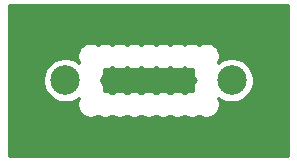
<source format=gbr>
G04 #@! TF.GenerationSoftware,KiCad,Pcbnew,5.1.5+dfsg1-2build2*
G04 #@! TF.CreationDate,2022-07-25T22:48:39-05:00*
G04 #@! TF.ProjectId,usb-c-data-panel,7573622d-632d-4646-9174-612d70616e65,rev?*
G04 #@! TF.SameCoordinates,Original*
G04 #@! TF.FileFunction,Copper,L2,Bot*
G04 #@! TF.FilePolarity,Positive*
%FSLAX46Y46*%
G04 Gerber Fmt 4.6, Leading zero omitted, Abs format (unit mm)*
G04 Created by KiCad (PCBNEW 5.1.5+dfsg1-2build2) date 2022-07-25 22:48:39*
%MOMM*%
%LPD*%
G04 APERTURE LIST*
%ADD10C,2.499360*%
%ADD11C,0.254000*%
G04 APERTURE END LIST*
D10*
X119550000Y-107050000D03*
X105450000Y-107050000D03*
D11*
G36*
X124340001Y-113440000D02*
G01*
X100660000Y-113440000D01*
X100660000Y-106864375D01*
X103565320Y-106864375D01*
X103565320Y-107235625D01*
X103637747Y-107599741D01*
X103779818Y-107942731D01*
X103986074Y-108251413D01*
X104248587Y-108513926D01*
X104557269Y-108720182D01*
X104900259Y-108862253D01*
X105264375Y-108934680D01*
X105635625Y-108934680D01*
X105999741Y-108862253D01*
X106342731Y-108720182D01*
X106606495Y-108543940D01*
X106594176Y-108562376D01*
X106508617Y-108768933D01*
X106465000Y-108988212D01*
X106465000Y-109211788D01*
X106508617Y-109431067D01*
X106594176Y-109637624D01*
X106718388Y-109823520D01*
X106876480Y-109981612D01*
X107062376Y-110105824D01*
X107268933Y-110191383D01*
X107488212Y-110235000D01*
X107711788Y-110235000D01*
X107931067Y-110191383D01*
X108137624Y-110105824D01*
X108212500Y-110055793D01*
X108287376Y-110105824D01*
X108493933Y-110191383D01*
X108713212Y-110235000D01*
X108936788Y-110235000D01*
X109156067Y-110191383D01*
X109362624Y-110105824D01*
X109437500Y-110055793D01*
X109512376Y-110105824D01*
X109718933Y-110191383D01*
X109938212Y-110235000D01*
X110161788Y-110235000D01*
X110381067Y-110191383D01*
X110587624Y-110105824D01*
X110662500Y-110055793D01*
X110737376Y-110105824D01*
X110943933Y-110191383D01*
X111163212Y-110235000D01*
X111386788Y-110235000D01*
X111606067Y-110191383D01*
X111812624Y-110105824D01*
X111887500Y-110055793D01*
X111962376Y-110105824D01*
X112168933Y-110191383D01*
X112388212Y-110235000D01*
X112611788Y-110235000D01*
X112831067Y-110191383D01*
X113037624Y-110105824D01*
X113112500Y-110055793D01*
X113187376Y-110105824D01*
X113393933Y-110191383D01*
X113613212Y-110235000D01*
X113836788Y-110235000D01*
X114056067Y-110191383D01*
X114262624Y-110105824D01*
X114337500Y-110055793D01*
X114412376Y-110105824D01*
X114618933Y-110191383D01*
X114838212Y-110235000D01*
X115061788Y-110235000D01*
X115281067Y-110191383D01*
X115487624Y-110105824D01*
X115562500Y-110055793D01*
X115637376Y-110105824D01*
X115843933Y-110191383D01*
X116063212Y-110235000D01*
X116286788Y-110235000D01*
X116506067Y-110191383D01*
X116712624Y-110105824D01*
X116787500Y-110055793D01*
X116862376Y-110105824D01*
X117068933Y-110191383D01*
X117288212Y-110235000D01*
X117511788Y-110235000D01*
X117731067Y-110191383D01*
X117937624Y-110105824D01*
X118123520Y-109981612D01*
X118281612Y-109823520D01*
X118405824Y-109637624D01*
X118491383Y-109431067D01*
X118535000Y-109211788D01*
X118535000Y-108988212D01*
X118491383Y-108768933D01*
X118405824Y-108562376D01*
X118393505Y-108543940D01*
X118657269Y-108720182D01*
X119000259Y-108862253D01*
X119364375Y-108934680D01*
X119735625Y-108934680D01*
X120099741Y-108862253D01*
X120442731Y-108720182D01*
X120751413Y-108513926D01*
X121013926Y-108251413D01*
X121220182Y-107942731D01*
X121362253Y-107599741D01*
X121434680Y-107235625D01*
X121434680Y-106864375D01*
X121362253Y-106500259D01*
X121220182Y-106157269D01*
X121013926Y-105848587D01*
X120751413Y-105586074D01*
X120442731Y-105379818D01*
X120099741Y-105237747D01*
X119735625Y-105165320D01*
X119364375Y-105165320D01*
X119000259Y-105237747D01*
X118657269Y-105379818D01*
X118393505Y-105556060D01*
X118405824Y-105537624D01*
X118491383Y-105331067D01*
X118535000Y-105111788D01*
X118535000Y-104888212D01*
X118491383Y-104668933D01*
X118405824Y-104462376D01*
X118281612Y-104276480D01*
X118123520Y-104118388D01*
X117937624Y-103994176D01*
X117731067Y-103908617D01*
X117511788Y-103865000D01*
X117288212Y-103865000D01*
X117068933Y-103908617D01*
X116862376Y-103994176D01*
X116787500Y-104044207D01*
X116712624Y-103994176D01*
X116506067Y-103908617D01*
X116286788Y-103865000D01*
X116063212Y-103865000D01*
X115843933Y-103908617D01*
X115637376Y-103994176D01*
X115562500Y-104044207D01*
X115487624Y-103994176D01*
X115281067Y-103908617D01*
X115061788Y-103865000D01*
X114838212Y-103865000D01*
X114618933Y-103908617D01*
X114412376Y-103994176D01*
X114337500Y-104044207D01*
X114262624Y-103994176D01*
X114056067Y-103908617D01*
X113836788Y-103865000D01*
X113613212Y-103865000D01*
X113393933Y-103908617D01*
X113187376Y-103994176D01*
X113112500Y-104044207D01*
X113037624Y-103994176D01*
X112831067Y-103908617D01*
X112611788Y-103865000D01*
X112388212Y-103865000D01*
X112168933Y-103908617D01*
X111962376Y-103994176D01*
X111887500Y-104044207D01*
X111812624Y-103994176D01*
X111606067Y-103908617D01*
X111386788Y-103865000D01*
X111163212Y-103865000D01*
X110943933Y-103908617D01*
X110737376Y-103994176D01*
X110662500Y-104044207D01*
X110587624Y-103994176D01*
X110381067Y-103908617D01*
X110161788Y-103865000D01*
X109938212Y-103865000D01*
X109718933Y-103908617D01*
X109512376Y-103994176D01*
X109437500Y-104044207D01*
X109362624Y-103994176D01*
X109156067Y-103908617D01*
X108936788Y-103865000D01*
X108713212Y-103865000D01*
X108493933Y-103908617D01*
X108287376Y-103994176D01*
X108212500Y-104044207D01*
X108137624Y-103994176D01*
X107931067Y-103908617D01*
X107711788Y-103865000D01*
X107488212Y-103865000D01*
X107268933Y-103908617D01*
X107062376Y-103994176D01*
X106876480Y-104118388D01*
X106718388Y-104276480D01*
X106594176Y-104462376D01*
X106508617Y-104668933D01*
X106465000Y-104888212D01*
X106465000Y-105111788D01*
X106508617Y-105331067D01*
X106594176Y-105537624D01*
X106606495Y-105556060D01*
X106342731Y-105379818D01*
X105999741Y-105237747D01*
X105635625Y-105165320D01*
X105264375Y-105165320D01*
X104900259Y-105237747D01*
X104557269Y-105379818D01*
X104248587Y-105586074D01*
X103986074Y-105848587D01*
X103779818Y-106157269D01*
X103637747Y-106500259D01*
X103565320Y-106864375D01*
X100660000Y-106864375D01*
X100660000Y-100660000D01*
X124340000Y-100660000D01*
X124340001Y-113440000D01*
G37*
X124340001Y-113440000D02*
X100660000Y-113440000D01*
X100660000Y-106864375D01*
X103565320Y-106864375D01*
X103565320Y-107235625D01*
X103637747Y-107599741D01*
X103779818Y-107942731D01*
X103986074Y-108251413D01*
X104248587Y-108513926D01*
X104557269Y-108720182D01*
X104900259Y-108862253D01*
X105264375Y-108934680D01*
X105635625Y-108934680D01*
X105999741Y-108862253D01*
X106342731Y-108720182D01*
X106606495Y-108543940D01*
X106594176Y-108562376D01*
X106508617Y-108768933D01*
X106465000Y-108988212D01*
X106465000Y-109211788D01*
X106508617Y-109431067D01*
X106594176Y-109637624D01*
X106718388Y-109823520D01*
X106876480Y-109981612D01*
X107062376Y-110105824D01*
X107268933Y-110191383D01*
X107488212Y-110235000D01*
X107711788Y-110235000D01*
X107931067Y-110191383D01*
X108137624Y-110105824D01*
X108212500Y-110055793D01*
X108287376Y-110105824D01*
X108493933Y-110191383D01*
X108713212Y-110235000D01*
X108936788Y-110235000D01*
X109156067Y-110191383D01*
X109362624Y-110105824D01*
X109437500Y-110055793D01*
X109512376Y-110105824D01*
X109718933Y-110191383D01*
X109938212Y-110235000D01*
X110161788Y-110235000D01*
X110381067Y-110191383D01*
X110587624Y-110105824D01*
X110662500Y-110055793D01*
X110737376Y-110105824D01*
X110943933Y-110191383D01*
X111163212Y-110235000D01*
X111386788Y-110235000D01*
X111606067Y-110191383D01*
X111812624Y-110105824D01*
X111887500Y-110055793D01*
X111962376Y-110105824D01*
X112168933Y-110191383D01*
X112388212Y-110235000D01*
X112611788Y-110235000D01*
X112831067Y-110191383D01*
X113037624Y-110105824D01*
X113112500Y-110055793D01*
X113187376Y-110105824D01*
X113393933Y-110191383D01*
X113613212Y-110235000D01*
X113836788Y-110235000D01*
X114056067Y-110191383D01*
X114262624Y-110105824D01*
X114337500Y-110055793D01*
X114412376Y-110105824D01*
X114618933Y-110191383D01*
X114838212Y-110235000D01*
X115061788Y-110235000D01*
X115281067Y-110191383D01*
X115487624Y-110105824D01*
X115562500Y-110055793D01*
X115637376Y-110105824D01*
X115843933Y-110191383D01*
X116063212Y-110235000D01*
X116286788Y-110235000D01*
X116506067Y-110191383D01*
X116712624Y-110105824D01*
X116787500Y-110055793D01*
X116862376Y-110105824D01*
X117068933Y-110191383D01*
X117288212Y-110235000D01*
X117511788Y-110235000D01*
X117731067Y-110191383D01*
X117937624Y-110105824D01*
X118123520Y-109981612D01*
X118281612Y-109823520D01*
X118405824Y-109637624D01*
X118491383Y-109431067D01*
X118535000Y-109211788D01*
X118535000Y-108988212D01*
X118491383Y-108768933D01*
X118405824Y-108562376D01*
X118393505Y-108543940D01*
X118657269Y-108720182D01*
X119000259Y-108862253D01*
X119364375Y-108934680D01*
X119735625Y-108934680D01*
X120099741Y-108862253D01*
X120442731Y-108720182D01*
X120751413Y-108513926D01*
X121013926Y-108251413D01*
X121220182Y-107942731D01*
X121362253Y-107599741D01*
X121434680Y-107235625D01*
X121434680Y-106864375D01*
X121362253Y-106500259D01*
X121220182Y-106157269D01*
X121013926Y-105848587D01*
X120751413Y-105586074D01*
X120442731Y-105379818D01*
X120099741Y-105237747D01*
X119735625Y-105165320D01*
X119364375Y-105165320D01*
X119000259Y-105237747D01*
X118657269Y-105379818D01*
X118393505Y-105556060D01*
X118405824Y-105537624D01*
X118491383Y-105331067D01*
X118535000Y-105111788D01*
X118535000Y-104888212D01*
X118491383Y-104668933D01*
X118405824Y-104462376D01*
X118281612Y-104276480D01*
X118123520Y-104118388D01*
X117937624Y-103994176D01*
X117731067Y-103908617D01*
X117511788Y-103865000D01*
X117288212Y-103865000D01*
X117068933Y-103908617D01*
X116862376Y-103994176D01*
X116787500Y-104044207D01*
X116712624Y-103994176D01*
X116506067Y-103908617D01*
X116286788Y-103865000D01*
X116063212Y-103865000D01*
X115843933Y-103908617D01*
X115637376Y-103994176D01*
X115562500Y-104044207D01*
X115487624Y-103994176D01*
X115281067Y-103908617D01*
X115061788Y-103865000D01*
X114838212Y-103865000D01*
X114618933Y-103908617D01*
X114412376Y-103994176D01*
X114337500Y-104044207D01*
X114262624Y-103994176D01*
X114056067Y-103908617D01*
X113836788Y-103865000D01*
X113613212Y-103865000D01*
X113393933Y-103908617D01*
X113187376Y-103994176D01*
X113112500Y-104044207D01*
X113037624Y-103994176D01*
X112831067Y-103908617D01*
X112611788Y-103865000D01*
X112388212Y-103865000D01*
X112168933Y-103908617D01*
X111962376Y-103994176D01*
X111887500Y-104044207D01*
X111812624Y-103994176D01*
X111606067Y-103908617D01*
X111386788Y-103865000D01*
X111163212Y-103865000D01*
X110943933Y-103908617D01*
X110737376Y-103994176D01*
X110662500Y-104044207D01*
X110587624Y-103994176D01*
X110381067Y-103908617D01*
X110161788Y-103865000D01*
X109938212Y-103865000D01*
X109718933Y-103908617D01*
X109512376Y-103994176D01*
X109437500Y-104044207D01*
X109362624Y-103994176D01*
X109156067Y-103908617D01*
X108936788Y-103865000D01*
X108713212Y-103865000D01*
X108493933Y-103908617D01*
X108287376Y-103994176D01*
X108212500Y-104044207D01*
X108137624Y-103994176D01*
X107931067Y-103908617D01*
X107711788Y-103865000D01*
X107488212Y-103865000D01*
X107268933Y-103908617D01*
X107062376Y-103994176D01*
X106876480Y-104118388D01*
X106718388Y-104276480D01*
X106594176Y-104462376D01*
X106508617Y-104668933D01*
X106465000Y-104888212D01*
X106465000Y-105111788D01*
X106508617Y-105331067D01*
X106594176Y-105537624D01*
X106606495Y-105556060D01*
X106342731Y-105379818D01*
X105999741Y-105237747D01*
X105635625Y-105165320D01*
X105264375Y-105165320D01*
X104900259Y-105237747D01*
X104557269Y-105379818D01*
X104248587Y-105586074D01*
X103986074Y-105848587D01*
X103779818Y-106157269D01*
X103637747Y-106500259D01*
X103565320Y-106864375D01*
X100660000Y-106864375D01*
X100660000Y-100660000D01*
X124340000Y-100660000D01*
X124340001Y-113440000D01*
G36*
X115637376Y-106005824D02*
G01*
X115843933Y-106091383D01*
X116063212Y-106135000D01*
X116286788Y-106135000D01*
X116287549Y-106134849D01*
X116265000Y-106248212D01*
X116265000Y-106471788D01*
X116308617Y-106691067D01*
X116394176Y-106897624D01*
X116495991Y-107050000D01*
X116394176Y-107202376D01*
X116308617Y-107408933D01*
X116265000Y-107628212D01*
X116265000Y-107851788D01*
X116287549Y-107965151D01*
X116286788Y-107965000D01*
X116063212Y-107965000D01*
X115843933Y-108008617D01*
X115637376Y-108094176D01*
X115562500Y-108144207D01*
X115487624Y-108094176D01*
X115281067Y-108008617D01*
X115061788Y-107965000D01*
X114838212Y-107965000D01*
X114618933Y-108008617D01*
X114412376Y-108094176D01*
X114337500Y-108144207D01*
X114262624Y-108094176D01*
X114056067Y-108008617D01*
X113836788Y-107965000D01*
X113613212Y-107965000D01*
X113393933Y-108008617D01*
X113187376Y-108094176D01*
X113112500Y-108144207D01*
X113037624Y-108094176D01*
X112831067Y-108008617D01*
X112611788Y-107965000D01*
X112388212Y-107965000D01*
X112168933Y-108008617D01*
X111962376Y-108094176D01*
X111887500Y-108144207D01*
X111812624Y-108094176D01*
X111606067Y-108008617D01*
X111386788Y-107965000D01*
X111163212Y-107965000D01*
X110943933Y-108008617D01*
X110737376Y-108094176D01*
X110662500Y-108144207D01*
X110587624Y-108094176D01*
X110381067Y-108008617D01*
X110161788Y-107965000D01*
X109938212Y-107965000D01*
X109718933Y-108008617D01*
X109512376Y-108094176D01*
X109437500Y-108144207D01*
X109362624Y-108094176D01*
X109156067Y-108008617D01*
X108936788Y-107965000D01*
X108713212Y-107965000D01*
X108712451Y-107965151D01*
X108735000Y-107851788D01*
X108735000Y-107628212D01*
X108691383Y-107408933D01*
X108605824Y-107202376D01*
X108504009Y-107050000D01*
X108605824Y-106897624D01*
X108691383Y-106691067D01*
X108735000Y-106471788D01*
X108735000Y-106248212D01*
X108712451Y-106134849D01*
X108713212Y-106135000D01*
X108936788Y-106135000D01*
X109156067Y-106091383D01*
X109362624Y-106005824D01*
X109437500Y-105955793D01*
X109512376Y-106005824D01*
X109718933Y-106091383D01*
X109938212Y-106135000D01*
X110161788Y-106135000D01*
X110381067Y-106091383D01*
X110587624Y-106005824D01*
X110662500Y-105955793D01*
X110737376Y-106005824D01*
X110943933Y-106091383D01*
X111163212Y-106135000D01*
X111386788Y-106135000D01*
X111606067Y-106091383D01*
X111812624Y-106005824D01*
X111887500Y-105955793D01*
X111962376Y-106005824D01*
X112168933Y-106091383D01*
X112388212Y-106135000D01*
X112611788Y-106135000D01*
X112831067Y-106091383D01*
X113037624Y-106005824D01*
X113112500Y-105955793D01*
X113187376Y-106005824D01*
X113393933Y-106091383D01*
X113613212Y-106135000D01*
X113836788Y-106135000D01*
X114056067Y-106091383D01*
X114262624Y-106005824D01*
X114337500Y-105955793D01*
X114412376Y-106005824D01*
X114618933Y-106091383D01*
X114838212Y-106135000D01*
X115061788Y-106135000D01*
X115281067Y-106091383D01*
X115487624Y-106005824D01*
X115562500Y-105955793D01*
X115637376Y-106005824D01*
G37*
X115637376Y-106005824D02*
X115843933Y-106091383D01*
X116063212Y-106135000D01*
X116286788Y-106135000D01*
X116287549Y-106134849D01*
X116265000Y-106248212D01*
X116265000Y-106471788D01*
X116308617Y-106691067D01*
X116394176Y-106897624D01*
X116495991Y-107050000D01*
X116394176Y-107202376D01*
X116308617Y-107408933D01*
X116265000Y-107628212D01*
X116265000Y-107851788D01*
X116287549Y-107965151D01*
X116286788Y-107965000D01*
X116063212Y-107965000D01*
X115843933Y-108008617D01*
X115637376Y-108094176D01*
X115562500Y-108144207D01*
X115487624Y-108094176D01*
X115281067Y-108008617D01*
X115061788Y-107965000D01*
X114838212Y-107965000D01*
X114618933Y-108008617D01*
X114412376Y-108094176D01*
X114337500Y-108144207D01*
X114262624Y-108094176D01*
X114056067Y-108008617D01*
X113836788Y-107965000D01*
X113613212Y-107965000D01*
X113393933Y-108008617D01*
X113187376Y-108094176D01*
X113112500Y-108144207D01*
X113037624Y-108094176D01*
X112831067Y-108008617D01*
X112611788Y-107965000D01*
X112388212Y-107965000D01*
X112168933Y-108008617D01*
X111962376Y-108094176D01*
X111887500Y-108144207D01*
X111812624Y-108094176D01*
X111606067Y-108008617D01*
X111386788Y-107965000D01*
X111163212Y-107965000D01*
X110943933Y-108008617D01*
X110737376Y-108094176D01*
X110662500Y-108144207D01*
X110587624Y-108094176D01*
X110381067Y-108008617D01*
X110161788Y-107965000D01*
X109938212Y-107965000D01*
X109718933Y-108008617D01*
X109512376Y-108094176D01*
X109437500Y-108144207D01*
X109362624Y-108094176D01*
X109156067Y-108008617D01*
X108936788Y-107965000D01*
X108713212Y-107965000D01*
X108712451Y-107965151D01*
X108735000Y-107851788D01*
X108735000Y-107628212D01*
X108691383Y-107408933D01*
X108605824Y-107202376D01*
X108504009Y-107050000D01*
X108605824Y-106897624D01*
X108691383Y-106691067D01*
X108735000Y-106471788D01*
X108735000Y-106248212D01*
X108712451Y-106134849D01*
X108713212Y-106135000D01*
X108936788Y-106135000D01*
X109156067Y-106091383D01*
X109362624Y-106005824D01*
X109437500Y-105955793D01*
X109512376Y-106005824D01*
X109718933Y-106091383D01*
X109938212Y-106135000D01*
X110161788Y-106135000D01*
X110381067Y-106091383D01*
X110587624Y-106005824D01*
X110662500Y-105955793D01*
X110737376Y-106005824D01*
X110943933Y-106091383D01*
X111163212Y-106135000D01*
X111386788Y-106135000D01*
X111606067Y-106091383D01*
X111812624Y-106005824D01*
X111887500Y-105955793D01*
X111962376Y-106005824D01*
X112168933Y-106091383D01*
X112388212Y-106135000D01*
X112611788Y-106135000D01*
X112831067Y-106091383D01*
X113037624Y-106005824D01*
X113112500Y-105955793D01*
X113187376Y-106005824D01*
X113393933Y-106091383D01*
X113613212Y-106135000D01*
X113836788Y-106135000D01*
X114056067Y-106091383D01*
X114262624Y-106005824D01*
X114337500Y-105955793D01*
X114412376Y-106005824D01*
X114618933Y-106091383D01*
X114838212Y-106135000D01*
X115061788Y-106135000D01*
X115281067Y-106091383D01*
X115487624Y-106005824D01*
X115562500Y-105955793D01*
X115637376Y-106005824D01*
M02*

</source>
